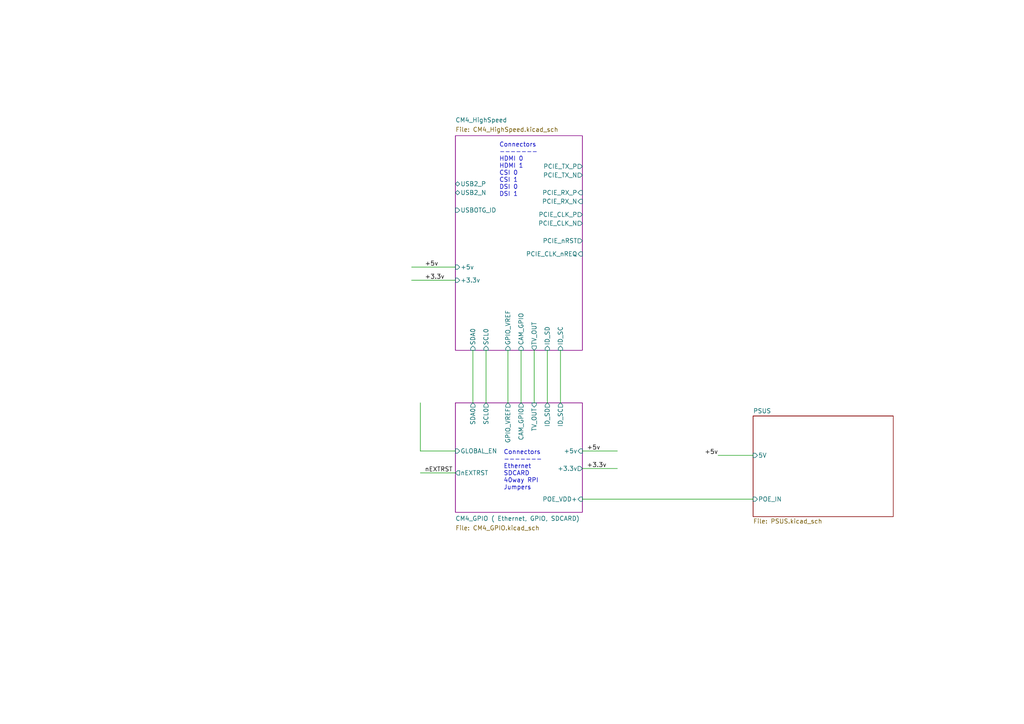
<source format=kicad_sch>
(kicad_sch
	(version 20231120)
	(generator "eeschema")
	(generator_version "8.0")
	(uuid "e63e39d7-6ac0-4ffd-8aa3-1841a4541b55")
	(paper "A4")
	(title_block
		(title "Compute Module 4 IO Board - Top Level")
		(rev "1")
		(company "© 2020-2022 Raspberry Pi Ltd (formerly Raspberry Pi (Trading) Ltd.)")
		(comment 1 "www.raspberrypi.com")
	)
	(lib_symbols)
	(wire
		(pts
			(xy 151.13 116.84) (xy 151.13 101.6)
		)
		(stroke
			(width 0)
			(type solid)
		)
		(uuid "29256b3d-9450-4c0a-a4d4-911f04b9c140")
	)
	(wire
		(pts
			(xy 137.16 101.6) (xy 137.16 116.84)
		)
		(stroke
			(width 0)
			(type solid)
		)
		(uuid "2bef89de-08c7-4a13-9d85-67948d429ca0")
	)
	(wire
		(pts
			(xy 162.56 116.84) (xy 162.56 101.6)
		)
		(stroke
			(width 0)
			(type solid)
		)
		(uuid "2d6718e7-f18d-444d-9792-ddf1a113460c")
	)
	(wire
		(pts
			(xy 208.28 132.08) (xy 218.44 132.08)
		)
		(stroke
			(width 0)
			(type solid)
		)
		(uuid "2d6fe25f-d13f-47b8-a5cf-79c02217ab30")
	)
	(wire
		(pts
			(xy 147.32 101.6) (xy 147.32 116.84)
		)
		(stroke
			(width 0)
			(type solid)
		)
		(uuid "37e4dc66-4492-4061-908d-7213940a2ec3")
	)
	(wire
		(pts
			(xy 168.91 135.89) (xy 179.07 135.89)
		)
		(stroke
			(width 0)
			(type solid)
		)
		(uuid "43891a3c-749f-498d-ba99-685a27689b0d")
	)
	(wire
		(pts
			(xy 140.97 101.6) (xy 140.97 116.84)
		)
		(stroke
			(width 0)
			(type solid)
		)
		(uuid "483f60da-14d7-4f88-8d01-3f9f30784c70")
	)
	(wire
		(pts
			(xy 119.38 77.47) (xy 132.08 77.47)
		)
		(stroke
			(width 0)
			(type solid)
		)
		(uuid "7e969d15-6cc0-4258-8b27-586608a21adb")
	)
	(wire
		(pts
			(xy 168.91 144.78) (xy 218.44 144.78)
		)
		(stroke
			(width 0)
			(type default)
		)
		(uuid "b163e1fb-8a86-47a2-80d9-3354a56483cb")
	)
	(wire
		(pts
			(xy 158.75 101.6) (xy 158.75 116.84)
		)
		(stroke
			(width 0)
			(type solid)
		)
		(uuid "b603d26a-e034-42fb-8327-b60c5bf9cdd2")
	)
	(wire
		(pts
			(xy 154.94 116.84) (xy 154.94 101.6)
		)
		(stroke
			(width 0)
			(type solid)
		)
		(uuid "b994142f-02ac-4881-9587-6d3df53c96d2")
	)
	(wire
		(pts
			(xy 132.08 81.28) (xy 119.38 81.28)
		)
		(stroke
			(width 0)
			(type solid)
		)
		(uuid "cb868d2e-5efb-4bfb-8796-88435b326918")
	)
	(wire
		(pts
			(xy 179.07 130.81) (xy 168.91 130.81)
		)
		(stroke
			(width 0)
			(type solid)
		)
		(uuid "cbc539d2-6a10-4052-9b7a-f10326dcac67")
	)
	(wire
		(pts
			(xy 121.92 137.16) (xy 132.08 137.16)
		)
		(stroke
			(width 0)
			(type solid)
		)
		(uuid "f022716e-b121-4cbf-a833-20e924070c22")
	)
	(wire
		(pts
			(xy 121.92 130.81) (xy 121.92 116.84)
		)
		(stroke
			(width 0)
			(type solid)
		)
		(uuid "f1dd8642-b405-490b-a449-d1cc5797fda8")
	)
	(wire
		(pts
			(xy 132.08 130.81) (xy 121.92 130.81)
		)
		(stroke
			(width 0)
			(type solid)
		)
		(uuid "fc0a4225-db46-4d48-8163-d522602d57cd")
	)
	(text "Connectors\n-------\nEthernet\nSDCARD\n40way RPI\nJumpers"
		(exclude_from_sim no)
		(at 146.05 142.24 0)
		(effects
			(font
				(size 1.27 1.27)
			)
			(justify left bottom)
		)
		(uuid "a501555e-bbc7-4b58-ad89-28a0cd3dd6d0")
	)
	(text "Connectors\n-------\nHDMI 0\nHDMI 1\nCSI 0\nCSI 1\nDSI 0\nDSI 1"
		(exclude_from_sim no)
		(at 144.78 57.15 0)
		(effects
			(font
				(size 1.27 1.27)
			)
			(justify left bottom)
		)
		(uuid "db83d0af-e085-4050-8496-fa2ebdecbd62")
	)
	(label "+5v"
		(at 208.28 132.08 180)
		(fields_autoplaced yes)
		(effects
			(font
				(size 1.27 1.27)
			)
			(justify right bottom)
		)
		(uuid "319f106d-4c92-4b04-aad0-cf7a6e058791")
	)
	(label "+5v"
		(at 170.18 130.81 0)
		(fields_autoplaced yes)
		(effects
			(font
				(size 1.27 1.27)
			)
			(justify left bottom)
		)
		(uuid "55992e35-fe7b-468a-9b7a-1e4dc931b904")
	)
	(label "+5v"
		(at 123.19 77.47 0)
		(fields_autoplaced yes)
		(effects
			(font
				(size 1.27 1.27)
			)
			(justify left bottom)
		)
		(uuid "5740c959-93d8-47fd-8f68-62f0109e753d")
	)
	(label "+3.3v"
		(at 170.18 135.89 0)
		(fields_autoplaced yes)
		(effects
			(font
				(size 1.27 1.27)
			)
			(justify left bottom)
		)
		(uuid "a06e8e78-f567-42e6-b645-013b1073ca31")
	)
	(label "+3.3v"
		(at 123.19 81.28 0)
		(fields_autoplaced yes)
		(effects
			(font
				(size 1.27 1.27)
			)
			(justify left bottom)
		)
		(uuid "c3c93de0-69b1-4a04-8e0b-d78caf487c63")
	)
	(label "nEXTRST"
		(at 123.19 137.16 0)
		(fields_autoplaced yes)
		(effects
			(font
				(size 1.27 1.27)
			)
			(justify left bottom)
		)
		(uuid "f9865a9f-edb8-49c7-828f-4896e1f3047a")
	)
	(sheet
		(at 132.08 116.84)
		(size 36.83 31.75)
		(stroke
			(width 0.1524)
			(type solid)
			(color 132 0 132 1)
		)
		(fill
			(color 255 255 255 0.0000)
		)
		(uuid "00000000-0000-0000-0000-00005cff706a")
		(property "Sheetname" "CM4_GPIO ( Ethernet, GPIO, SDCARD)"
			(at 132.08 151.13 0)
			(effects
				(font
					(size 1.27 1.27)
				)
				(justify left bottom)
			)
		)
		(property "Sheetfile" "CM4_GPIO.kicad_sch"
			(at 132.08 152.4 0)
			(effects
				(font
					(size 1.27 1.27)
				)
				(justify left top)
			)
		)
		(pin "ID_SC" output
			(at 162.56 116.84 90)
			(effects
				(font
					(size 1.27 1.27)
				)
				(justify right)
			)
			(uuid "2e642b3e-a476-4c54-9a52-dcea955640cd")
		)
		(pin "ID_SD" output
			(at 158.75 116.84 90)
			(effects
				(font
					(size 1.27 1.27)
				)
				(justify right)
			)
			(uuid "5038e144-5119-49db-b6cf-f7c345f1cf03")
		)
		(pin "CAM_GPIO" output
			(at 151.13 116.84 90)
			(effects
				(font
					(size 1.27 1.27)
				)
				(justify right)
			)
			(uuid "ac264c30-3e9a-4be2-b97a-9949b68bd497")
		)
		(pin "SCL0" output
			(at 140.97 116.84 90)
			(effects
				(font
					(size 1.27 1.27)
				)
				(justify right)
			)
			(uuid "54365317-1355-4216-bb75-829375abc4ec")
		)
		(pin "SDA0" output
			(at 137.16 116.84 90)
			(effects
				(font
					(size 1.27 1.27)
				)
				(justify right)
			)
			(uuid "a3e4f0ae-9f86-49e9-b386-ed8b42e012fb")
		)
		(pin "+5v" input
			(at 168.91 130.81 0)
			(effects
				(font
					(size 1.27 1.27)
				)
				(justify right)
			)
			(uuid "a690fc6c-55d9-47e6-b533-faa4b67e20f3")
		)
		(pin "+3.3v" output
			(at 168.91 135.89 0)
			(effects
				(font
					(size 1.27 1.27)
				)
				(justify right)
			)
			(uuid "c144caa5-b0d4-4cef-840a-d4ad178a2102")
		)
		(pin "nEXTRST" output
			(at 132.08 137.16 180)
			(effects
				(font
					(size 1.27 1.27)
				)
				(justify left)
			)
			(uuid "efeac2a2-7682-4dc7-83ee-f6f1b23da506")
		)
		(pin "GLOBAL_EN" input
			(at 132.08 130.81 180)
			(effects
				(font
					(size 1.27 1.27)
				)
				(justify left)
			)
			(uuid "5fc27c35-3e1c-4f96-817c-93b5570858a6")
		)
		(pin "GPIO_VREF" output
			(at 147.32 116.84 90)
			(effects
				(font
					(size 1.27 1.27)
				)
				(justify right)
			)
			(uuid "6c9b793c-e74d-4754-a2c0-901e73b26f1c")
		)
		(pin "TV_OUT" input
			(at 154.94 116.84 90)
			(effects
				(font
					(size 1.27 1.27)
				)
				(justify right)
			)
			(uuid "6a45789b-3855-401f-8139-3c734f7f52f9")
		)
		(pin "POE_VDD+" input
			(at 168.91 144.78 0)
			(effects
				(font
					(size 1.27 1.27)
				)
				(justify right)
			)
			(uuid "104a5e01-26d4-4c2c-a9fb-bd8c0d2d3c58")
		)
		(instances
			(project "CM4IOv5"
				(path "/e63e39d7-6ac0-4ffd-8aa3-1841a4541b55"
					(page "5")
				)
			)
		)
	)
	(sheet
		(at 132.08 39.37)
		(size 36.83 62.23)
		(stroke
			(width 0.1524)
			(type solid)
			(color 132 0 132 1)
		)
		(fill
			(color 255 255 255 0.0000)
		)
		(uuid "00000000-0000-0000-0000-00005cff70b1")
		(property "Sheetname" "CM4_HighSpeed"
			(at 132.08 35.56 0)
			(effects
				(font
					(size 1.27 1.27)
				)
				(justify left bottom)
			)
		)
		(property "Sheetfile" "CM4_HighSpeed.kicad_sch"
			(at 132.08 36.83 0)
			(effects
				(font
					(size 1.27 1.27)
				)
				(justify left top)
			)
		)
		(pin "USB2_N" bidirectional
			(at 132.08 55.88 180)
			(effects
				(font
					(size 1.27 1.27)
				)
				(justify left)
			)
			(uuid "fd470e95-4861-44fe-b1e4-6d8a7c66e144")
		)
		(pin "USB2_P" bidirectional
			(at 132.08 53.34 180)
			(effects
				(font
					(size 1.27 1.27)
				)
				(justify left)
			)
			(uuid "8174b4de-74b1-48db-ab8e-c8432251095b")
		)
		(pin "ID_SC" input
			(at 162.56 101.6 270)
			(effects
				(font
					(size 1.27 1.27)
				)
				(justify left)
			)
			(uuid "704d6d51-bb34-4cbf-83d8-841e208048d8")
		)
		(pin "ID_SD" input
			(at 158.75 101.6 270)
			(effects
				(font
					(size 1.27 1.27)
				)
				(justify left)
			)
			(uuid "0eaa98f0-9565-4637-ace3-42a5231b07f7")
		)
		(pin "CAM_GPIO" input
			(at 151.13 101.6 270)
			(effects
				(font
					(size 1.27 1.27)
				)
				(justify left)
			)
			(uuid "181abe7a-f941-42b6-bd46-aaa3131f90fb")
		)
		(pin "SCL0" input
			(at 140.97 101.6 270)
			(effects
				(font
					(size 1.27 1.27)
				)
				(justify left)
			)
			(uuid "ce83728b-bebd-48c2-8734-b6a50d837931")
		)
		(pin "SDA0" input
			(at 137.16 101.6 270)
			(effects
				(font
					(size 1.27 1.27)
				)
				(justify left)
			)
			(uuid "c41b3c8b-634e-435a-b582-96b83bbd4032")
		)
		(pin "+5v" input
			(at 132.08 77.47 180)
			(effects
				(font
					(size 1.27 1.27)
				)
				(justify left)
			)
			(uuid "9340c285-5767-42d5-8b6d-63fe2a40ddf3")
		)
		(pin "PCIE_CLK_P" output
			(at 168.91 62.23 0)
			(effects
				(font
					(size 1.27 1.27)
				)
				(justify right)
			)
			(uuid "1831fb37-1c5d-42c4-b898-151be6fca9dc")
		)
		(pin "PCIE_CLK_N" output
			(at 168.91 64.77 0)
			(effects
				(font
					(size 1.27 1.27)
				)
				(justify right)
			)
			(uuid "0f22151c-f260-4674-b486-4710a2c42a55")
		)
		(pin "PCIE_TX_P" output
			(at 168.91 48.26 0)
			(effects
				(font
					(size 1.27 1.27)
				)
				(justify right)
			)
			(uuid "fe8d9267-7834-48d6-a191-c8724b2ee78d")
		)
		(pin "PCIE_TX_N" output
			(at 168.91 50.8 0)
			(effects
				(font
					(size 1.27 1.27)
				)
				(justify right)
			)
			(uuid "0b21a65d-d20b-411e-920a-75c343ac5136")
		)
		(pin "PCIE_nRST" output
			(at 168.91 69.85 0)
			(effects
				(font
					(size 1.27 1.27)
				)
				(justify right)
			)
			(uuid "3cd1bda0-18db-417d-b581-a0c50623df68")
		)
		(pin "PCIE_RX_P" input
			(at 168.91 55.88 0)
			(effects
				(font
					(size 1.27 1.27)
				)
				(justify right)
			)
			(uuid "d57dcfee-5058-4fc2-a68b-05f9a48f685b")
		)
		(pin "PCIE_RX_N" input
			(at 168.91 58.42 0)
			(effects
				(font
					(size 1.27 1.27)
				)
				(justify right)
			)
			(uuid "03c52831-5dc5-43c5-a442-8d23643b46fb")
		)
		(pin "PCIE_CLK_nREQ" input
			(at 168.91 73.66 0)
			(effects
				(font
					(size 1.27 1.27)
				)
				(justify right)
			)
			(uuid "a1823eb2-fb0d-4ed8-8b96-04184ac3a9d5")
		)
		(pin "+3.3v" input
			(at 132.08 81.28 180)
			(effects
				(font
					(size 1.27 1.27)
				)
				(justify left)
			)
			(uuid "29e78086-2175-405e-9ba3-c48766d2f50c")
		)
		(pin "USBOTG_ID" input
			(at 132.08 60.96 180)
			(effects
				(font
					(size 1.27 1.27)
				)
				(justify left)
			)
			(uuid "94a873dc-af67-4ef9-8159-1f7c93eeb3d7")
		)
		(pin "GPIO_VREF" input
			(at 147.32 101.6 270)
			(effects
				(font
					(size 1.27 1.27)
				)
				(justify left)
			)
			(uuid "4c8eb964-bdf4-44de-90e9-e2ab82dd5313")
		)
		(pin "TV_OUT" output
			(at 154.94 101.6 270)
			(effects
				(font
					(size 1.27 1.27)
				)
				(justify left)
			)
			(uuid "aa14c3bd-4acc-4908-9d28-228585a22a9d")
		)
		(instances
			(project "CM4IOv5"
				(path "/e63e39d7-6ac0-4ffd-8aa3-1841a4541b55"
					(page "4")
				)
			)
		)
	)
	(sheet
		(at 218.44 120.65)
		(size 40.64 29.21)
		(fields_autoplaced yes)
		(stroke
			(width 0.1524)
			(type solid)
		)
		(fill
			(color 0 0 0 0.0000)
		)
		(uuid "2a5db28e-1478-4f10-85f0-96b2cf5826ad")
		(property "Sheetname" "PSUS"
			(at 218.44 119.9384 0)
			(effects
				(font
					(size 1.27 1.27)
				)
				(justify left bottom)
			)
		)
		(property "Sheetfile" "PSUS.kicad_sch"
			(at 218.44 150.4446 0)
			(effects
				(font
					(size 1.27 1.27)
				)
				(justify left top)
			)
		)
		(pin "POE_IN" input
			(at 218.44 144.78 180)
			(effects
				(font
					(size 1.27 1.27)
				)
				(justify left)
			)
			(uuid "643d6a75-b0f5-41b0-807a-ecafae60ee5e")
		)
		(pin "5V" input
			(at 218.44 132.08 180)
			(effects
				(font
					(size 1.27 1.27)
				)
				(justify left)
			)
			(uuid "47626192-f885-4fc5-a043-b926da1f07e6")
		)
		(instances
			(project "CM4IOv5"
				(path "/e63e39d7-6ac0-4ffd-8aa3-1841a4541b55"
					(page "4")
				)
			)
		)
	)
	(sheet_instances
		(path "/"
			(page "1")
		)
	)
)

</source>
